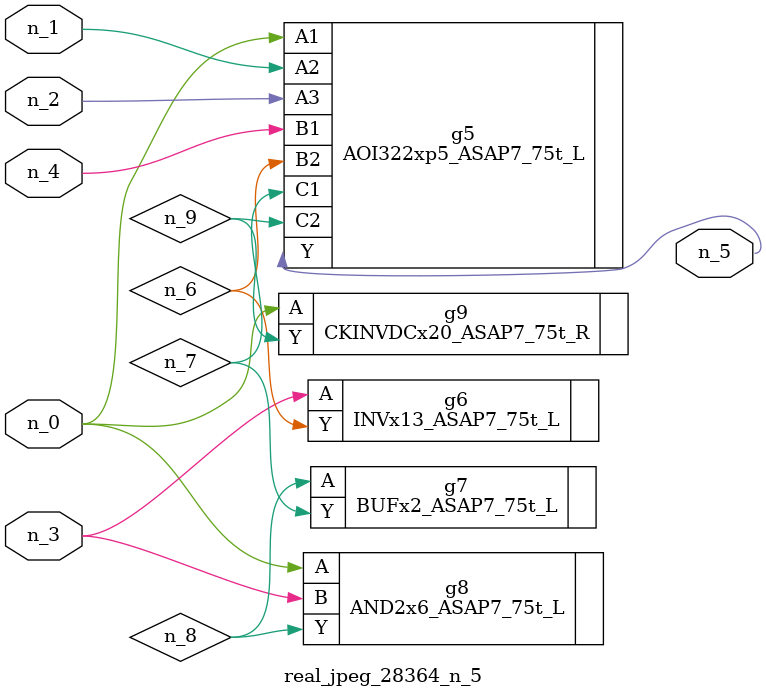
<source format=v>
module real_jpeg_28364_n_5 (n_4, n_0, n_1, n_2, n_3, n_5);

input n_4;
input n_0;
input n_1;
input n_2;
input n_3;

output n_5;

wire n_8;
wire n_6;
wire n_7;
wire n_9;

AOI322xp5_ASAP7_75t_L g5 ( 
.A1(n_0),
.A2(n_1),
.A3(n_2),
.B1(n_4),
.B2(n_6),
.C1(n_7),
.C2(n_9),
.Y(n_5)
);

AND2x6_ASAP7_75t_L g8 ( 
.A(n_0),
.B(n_3),
.Y(n_8)
);

CKINVDCx20_ASAP7_75t_R g9 ( 
.A(n_0),
.Y(n_9)
);

INVx13_ASAP7_75t_L g6 ( 
.A(n_3),
.Y(n_6)
);

BUFx2_ASAP7_75t_L g7 ( 
.A(n_8),
.Y(n_7)
);


endmodule
</source>
